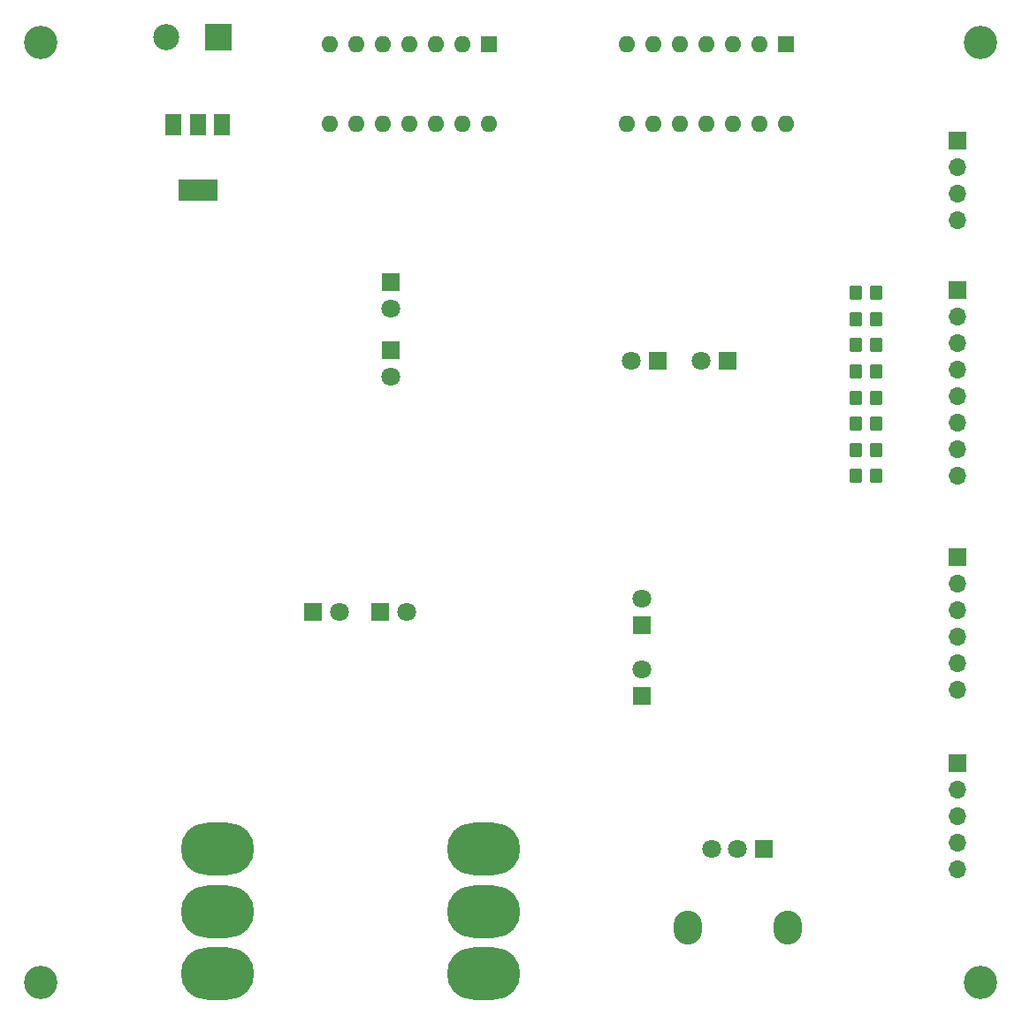
<source format=gts>
G04 #@! TF.GenerationSoftware,KiCad,Pcbnew,7.0.7*
G04 #@! TF.CreationDate,2024-01-31T17:55:45+01:00*
G04 #@! TF.ProjectId,AmpelSchaltung,416d7065-6c53-4636-9861-6c74756e672e,rev?*
G04 #@! TF.SameCoordinates,Original*
G04 #@! TF.FileFunction,Soldermask,Top*
G04 #@! TF.FilePolarity,Negative*
%FSLAX46Y46*%
G04 Gerber Fmt 4.6, Leading zero omitted, Abs format (unit mm)*
G04 Created by KiCad (PCBNEW 7.0.7) date 2024-01-31 17:55:45*
%MOMM*%
%LPD*%
G01*
G04 APERTURE LIST*
G04 Aperture macros list*
%AMRoundRect*
0 Rectangle with rounded corners*
0 $1 Rounding radius*
0 $2 $3 $4 $5 $6 $7 $8 $9 X,Y pos of 4 corners*
0 Add a 4 corners polygon primitive as box body*
4,1,4,$2,$3,$4,$5,$6,$7,$8,$9,$2,$3,0*
0 Add four circle primitives for the rounded corners*
1,1,$1+$1,$2,$3*
1,1,$1+$1,$4,$5*
1,1,$1+$1,$6,$7*
1,1,$1+$1,$8,$9*
0 Add four rect primitives between the rounded corners*
20,1,$1+$1,$2,$3,$4,$5,0*
20,1,$1+$1,$4,$5,$6,$7,0*
20,1,$1+$1,$6,$7,$8,$9,0*
20,1,$1+$1,$8,$9,$2,$3,0*%
G04 Aperture macros list end*
%ADD10RoundRect,0.250000X-0.350000X-0.450000X0.350000X-0.450000X0.350000X0.450000X-0.350000X0.450000X0*%
%ADD11R,1.800000X1.800000*%
%ADD12C,1.800000*%
%ADD13O,7.000000X5.000000*%
%ADD14C,3.200000*%
%ADD15R,1.700000X1.700000*%
%ADD16O,1.700000X1.700000*%
%ADD17O,2.720000X3.240000*%
%ADD18RoundRect,0.250000X0.350000X0.450000X-0.350000X0.450000X-0.350000X-0.450000X0.350000X-0.450000X0*%
%ADD19R,1.600000X1.600000*%
%ADD20O,1.600000X1.600000*%
%ADD21R,1.500000X2.000000*%
%ADD22R,3.800000X2.000000*%
%ADD23R,2.500000X2.500000*%
%ADD24C,2.500000*%
G04 APERTURE END LIST*
D10*
X180500000Y-90000000D03*
X182500000Y-90000000D03*
D11*
X160000000Y-109275000D03*
D12*
X160000000Y-106735000D03*
D13*
X144900000Y-142650000D03*
X144900000Y-136750000D03*
X144900000Y-130750000D03*
D10*
X180500000Y-82500000D03*
X182500000Y-82500000D03*
D14*
X102500000Y-53500000D03*
D10*
X180500000Y-80000000D03*
X182500000Y-80000000D03*
D14*
X192500000Y-53500000D03*
D15*
X190250000Y-62880000D03*
D16*
X190250000Y-65420000D03*
X190250000Y-67960000D03*
X190250000Y-70500000D03*
D15*
X190250000Y-102800000D03*
D16*
X190250000Y-105340000D03*
X190250000Y-107880000D03*
X190250000Y-110420000D03*
X190250000Y-112960000D03*
X190250000Y-115500000D03*
D14*
X192500000Y-143500000D03*
D11*
X136000000Y-83000000D03*
D12*
X136000000Y-85540000D03*
D11*
X134960000Y-108000000D03*
D12*
X137500000Y-108000000D03*
D11*
X160000000Y-116040000D03*
D12*
X160000000Y-113500000D03*
D13*
X119400000Y-142650000D03*
X119400000Y-136750000D03*
X119400000Y-130750000D03*
D10*
X180500000Y-85000000D03*
X182500000Y-85000000D03*
D11*
X136000000Y-76460000D03*
D12*
X136000000Y-79000000D03*
D17*
X174000000Y-138250000D03*
X164400000Y-138250000D03*
D11*
X171700000Y-130750000D03*
D12*
X169200000Y-130750000D03*
X166700000Y-130750000D03*
D11*
X161540000Y-84000000D03*
D12*
X159000000Y-84000000D03*
D15*
X190250000Y-122500000D03*
D16*
X190250000Y-125040000D03*
X190250000Y-127580000D03*
X190250000Y-130120000D03*
X190250000Y-132660000D03*
D10*
X180500000Y-77500000D03*
X182500000Y-77500000D03*
X180500000Y-87500000D03*
X182500000Y-87500000D03*
D18*
X182500000Y-92500000D03*
X180500000Y-92500000D03*
D11*
X168275000Y-84000000D03*
D12*
X165735000Y-84000000D03*
D11*
X128500000Y-108000000D03*
D12*
X131040000Y-108000000D03*
D19*
X173875000Y-53700000D03*
D20*
X171335000Y-53700000D03*
X168795000Y-53700000D03*
X166255000Y-53700000D03*
X163715000Y-53700000D03*
X161175000Y-53700000D03*
X158635000Y-53700000D03*
X158635000Y-61320000D03*
X161175000Y-61320000D03*
X163715000Y-61320000D03*
X166255000Y-61320000D03*
X168795000Y-61320000D03*
X171335000Y-61320000D03*
X173875000Y-61320000D03*
D14*
X102500000Y-143500000D03*
D10*
X180500000Y-95000000D03*
X182500000Y-95000000D03*
D21*
X119800000Y-61350000D03*
X117500000Y-61350000D03*
D22*
X117500000Y-67650000D03*
D21*
X115200000Y-61350000D03*
D23*
X119500000Y-53000000D03*
D24*
X114500000Y-53000000D03*
D19*
X145375000Y-53700000D03*
D20*
X142835000Y-53700000D03*
X140295000Y-53700000D03*
X137755000Y-53700000D03*
X135215000Y-53700000D03*
X132675000Y-53700000D03*
X130135000Y-53700000D03*
X130135000Y-61320000D03*
X132675000Y-61320000D03*
X135215000Y-61320000D03*
X137755000Y-61320000D03*
X140295000Y-61320000D03*
X142835000Y-61320000D03*
X145375000Y-61320000D03*
D15*
X190250000Y-77220000D03*
D16*
X190250000Y-79760000D03*
X190250000Y-82300000D03*
X190250000Y-84840000D03*
X190250000Y-87380000D03*
X190250000Y-89920000D03*
X190250000Y-92460000D03*
X190250000Y-95000000D03*
M02*

</source>
